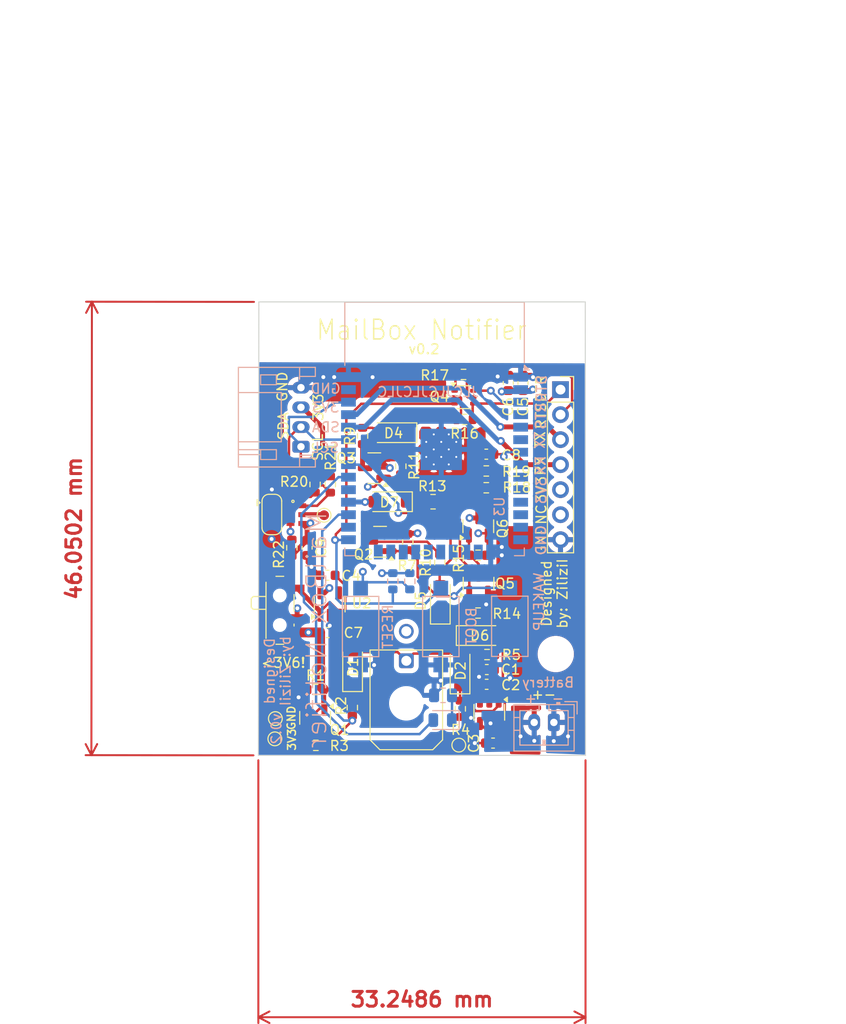
<source format=kicad_pcb>
(kicad_pcb (version 20240108) (generator "pcbnew") (generator_version "8.0")
  (layers (0 "F.Cu" signal) (1 "In1.Cu" power) (2 "In2.Cu" power) (31 "B.Cu" signal) (34 "B.Paste" user) (35 "F.Paste" user) (36 "B.SilkS" user "B.Silkscreen") (37 "F.SilkS" user "F.Silkscreen") (38 "B.Mask" user) (39 "F.Mask" user) (44 "Edge.Cuts" user))
  (net 0 "")
  (net 1 "Net-(C1-Pad1)")
  (net 2 "GND")
  (net 3 "VDD")
  (net 4 "Net-(SW2-A)")
  (net 5 "V_SENSE")
  (net 6 "+3.3V")
  (net 7 "Net-(D1-K)")
  (net 8 "Net-(D1-A)")
  (net 9 "Net-(D2-K)")
  (net 10 "~{INT}")
  (net 11 "Net-(D3-K)")
  (net 12 "SW_REED")
  (net 13 "Net-(D4-K)")
  (net 14 "MCU_HOLD")
  (net 15 "DRT")
  (net 16 "RTS")
  (net 17 "TX")
  (net 18 "RX")
  (net 19 "Net-(D4-A)")
  (net 20 "SCL")
  (net 21 "SDA")
  (net 22 "Net-(D7-K)")
  (net 24 "IO0")
  (net 25 "RST")
  (net 26 "VCC_SW")
  (net 27 "C_REED")
  (net 28 "Net-(JP1-C)")
  (net 29 "L_IND")
  (net 30 "Net-(Q1-D)")
  (net 31 "CLKOUT")
  (net 32 "WU_BUT")
  (net 33 "Net-(Q2-G)")
  (net 34 "Net-(Q2-D)")
  (net 35 "Net-(Q3-D)")
  (net 36 "Net-(Q4A-B1)")
  (net 37 "Net-(Q4B-B2)")
  (net 38 "Net-(Q5-D)")
  (footprint "Resistor_SMD:R_0603_1608Metric" (layer "F.Cu") (at 138.5824 62.7888)
    (property "Reference" "R17")
    (property "Value" "10k")
  )
  (footprint "Resistor_SMD:R_0603_1608Metric" (layer "F.Cu") (at 128.3208 69.0372 -90)
    (property "Reference" "R9")
    (property "Value" "220")
  )
  (footprint "TestPoint:TestPoint_Pad_D1.0mm" (layer "F.Cu") (at 138.0998 100.4316 -90)
    (property "Reference" "TP3")
    (property "Value" "TestPoint")
  )
  (footprint "Package_TO_SOT_SMD:SOT-363_SC-70-6" (layer "F.Cu") (at 138.6238 65.0966)
    (property "Reference" "Q4")
    (property "Value" "Q_Dual_NPN_NPN_E1B1C2E2B2C1")
  )
  (footprint "Capacitor_SMD:C_0603_1608Metric" (layer "F.Cu") (at 140.9446 92.7608 180)
    (property "Reference" "C1")
    (property "Value" "1u")
  )
  (footprint "Capacitor_SMD:C_0603_1608Metric" (layer "F.Cu") (at 122.682 80.391 -90)
    (property "Reference" "C9")
    (property "Value" "10u")
  )
  (footprint "Resistor_SMD:R_0603_1608Metric" (layer "F.Cu") (at 140.8938 72.5932)
    (property "Reference" "R19")
    (property "Value" "1M")
  )
  (footprint "TestPoint:TestPoint_Pad_D1.0mm" (layer "F.Cu") (at 119.4562 97.7392)
    (property "Reference" "TP2")
    (property "Value" "TestPoint")
  )
  (footprint "Package_TO_SOT_SMD:SOT-23" (layer "F.Cu") (at 123.4948 97.663 -90)
    (property "Reference" "Q1")
    (property "Value" "BSS138")
  )
  (footprint "Resistor_SMD:R_0603_1608Metric" (layer "F.Cu") (at 140.97 91.2368)
    (property "Reference" "R5")
    (property "Value" "1M")
  )
  (footprint "Resistor_SMD:R_0603_1608Metric" (layer "F.Cu") (at 123.4948 73.9648 90)
    (property "Reference" "R20")
    (property "Value" "10k")
  )
  (footprint "TestPoint:TestPoint_Pad_D1.0mm" (layer "F.Cu") (at 124.4092 77.089)
    (property "Reference" "TP1")
    (property "Value" "TestPoint")
  )
  (footprint "Resistor_SMD:R_0603_1608Metric" (layer "F.Cu") (at 132.207 72.1106 90)
    (property "Reference" "R11")
    (property "Value" "1M")
  )
  (footprint "Resistor_SMD:R_0603_1608Metric" (layer "F.Cu") (at 138.684 67.3608 180)
    (property "Reference" "R16")
    (property "Value" "10k")
  )
  (footprint "MyRTC:C7" (layer "F.Cu") (at 121.5932 76.5772 -90)
    (property "Reference" "U4")
    (property "Value" "RV-8263-C7")
  )
  (footprint "Package_TO_SOT_SMD:SOT-23-5" (layer "F.Cu") (at 124.981 86.106 90)
    (property "Reference" "U2")
    (property "Value" "RT9013")
  )
  (footprint "Resistor_SMD:R_0805_2012Metric" (layer "F.Cu") (at 135.4836 75.7174)
    (property "Reference" "R13")
    (property "Value" "220")
  )
  (footprint "Diode_SMD:D_SOD-123" (layer "F.Cu") (at 127.3048 92.6348 90)
    (property "Reference" "D1")
    (property "Value" "D_Schottky_Small")
  )
  (footprint "Resistor_SMD:R_0603_1608Metric" (layer "F.Cu") (at 125.0442 73.9648 90)
    (property "Reference" "R21")
    (property "Value" "10k")
  )
  (footprint "Button_Switch_SMD:SW_SPDT_PCM12" (layer "F.Cu") (at 120.236 86.741 -90)
    (property "Reference" "SW2")
    (property "Value" "SW_SPDT")
  )
  (footprint "Jumper:SolderJumper-3_P1.3mm_Bridged2Bar12_RoundedPad1.0x1.5mm" (layer "F.Cu") (at 119.1006 77.0128 -90)
    (property "Reference" "JP1")
    (property "Value" "SolderJumper_3_Bridged12")
  )
  (footprint "Resistor_SMD:R_0603_1608Metric" (layer "F.Cu") (at 138.2522 96.7486 90)
    (property "Reference" "R4")
    (property "Value" "4M7")
  )
  (footprint "Diode_SMD:D_SOD-123" (layer "F.Cu") (at 131.0132 75.7174 180)
    (property "Reference" "D7")
    (property "Value" "D_Schottky_Small")
  )
  (footprint "Capacitor_SMD:C_0603_1608Metric" (layer "F.Cu") (at 124.7524 83.185 180)
    (property "Reference" "C4")
    (property "Value" "1u")
  )
  (footprint "Package_TO_SOT_SMD:SOT-23" (layer "F.Cu") (at 140.1064 84.044 90)
    (property "Reference" "Q5")
    (property "Value" "BSS138")
  )
  (footprint "Diode_SMD:D_SOD-123" (layer "F.Cu") (at 136.2202 85.7758 90)
    (property "Reference" "D5")
    (property "Value" "D_Schottky_Small")
  )
  (footprint "MountingHole:MountingHole_3.2mm_M3_DIN965" (layer "F.Cu") (at 147.955 91.186)
    (property "Reference" "H3")
    (property "Value" "MountingHole")
  )
  (footprint "Resistor_SMD:R_0603_1608Metric" (layer "F.Cu") (at 140.8938 74.295 180)
    (property "Reference" "R18")
    (property "Value" "4M7")
  )
  (footprint "Connector_Molex:Molex_Micro-Fit_3.0_43045-0200_2x01_P3.00mm_Horizontal" (layer "F.Cu") (at 132.7658 91.8718 180)
    (property "Reference" "SW1")
    (property "Value" "SW_Reed")
  )
  (footprint "Capacitor_SMD:C_0603_1608Metric" (layer "F.Cu") (at 140.8938 70.8914 180)
    (property "Reference" "C8")
    (property "Value" "100n")
  )
  (footprint "Capacitor_SMD:C_0603_1608Metric" (layer "F.Cu") (at 141.5796 100.2284 180)
    (property "Reference" "C3")
    (property "Value" "1u")
  )
  (footprint "Capacitor_SMD:C_0603_1608Metric" (layer "F.Cu") (at 143.125 63.65 90)
    (property "Reference" "C6")
    (property "Value" "10u")
  )
  (footprint "Capacitor_SMD:C_0603_1608Metric" (layer "F.Cu") (at 124.7778 89.0016)
    (property "Reference" "C7")
    (property "Value" "1u")
  )
  (footprint "Resistor_SMD:R_0603_1608Metric" (layer "F.Cu") (at 132.9182 79.8068 90)
    (property "Reference" "R7")
    (property "Value" "1M")
  )
  (footprint "Resistor_SMD:R_0603_1608Metric" (layer "F.Cu") (at 121.1326 80.391 -90)
    (property "Reference" "R22")
    (property "Value" "10k")
  )
  (footprint "Capacitor_SMD:C_0603_1608Metric" (layer "F.Cu") (at 140.9316 94.2594 180)
    (property "Reference" "C2")
    (property "Value" "1u")
  )
  (footprint "Diode_SMD:D_SOD-123" (layer "F.Cu") (at 140.208 89.3064)
    (property "Reference" "D6")
    (property "Value" "D_Schottky_Small")
  )
  (footprint "Connector_PinSocket_2.54mm:PinSocket_1x07_P2.54mm_Vertical" (layer "F.Cu") (at 148.4372 64.3328)
    (property "Reference" "J2")
    (property "Value" "Conn_01x07_Female")
  )
  (footprint "Resistor_SMD:R_0603_1608Metric" (layer "F.Cu") (at 123.571 100.457)
    (property "Reference" "R3")
    (property "Value" "10M")
  )
  (footprint "TestPoint:TestPoint_Pad_D1.0mm" (layer "F.Cu") (at 119.4054 99.7966 -90)
    (property "Reference" "TP4")
    (property "Value" "TestPoint")
  )
  (footprint "Resistor_SMD:R_0603_1608Metric" (layer "F.Cu") (at 127.2794 96.6216 90)
    (property "Reference" "R2")
    (property "Value" "4M7")
  )
  (footprint "Resistor_SMD:R_0603_1608Metric" (layer "F.Cu") (at 140.0556 81.1507)
    (property "Reference" "R15")
    (property "Value" "1M")
  )
  (footprint "Resistor_SMD:R_0603_1608Metric" (layer "F.Cu") (at 136.1694 81.8896 90)
    (property "Reference" "R10")
    (property "Value" "220")
  )
  (footprint "MountingHole:MountingHole_3.2mm_M3_DIN965" (layer "F.Cu") (at 147.9042 58.5216)
    (property "Reference" "H2")
    (property "Value" "MountingHole")
  )
  (footprint "Package_TO_SOT_SMD:SOT-23-5" (layer "F.Cu") (at 141.1986 97.1042 -90)
    (property "Reference" "U1")
    (property "Value" "MC74VHC1G86DFT2G")
  )
  (footprint "Diode_SMD:D_SOD-123" (layer "F.Cu") (at 131.4704 68.707 180)
    (property "Reference" "D4")
    (property "Value" "D_Schottky_Small")
  )
  (footprint "Package_TO_SOT_SMD:SOT-23" (layer "F.Cu") (at 130.0988 79.7814 180)
    (property "Reference" "Q2")
    (property "Value" "AO3401A")
  )
  (footprint "Capacitor_SMD:C_0603_1608Metric" (layer "F.Cu") (at 144.625 63.6524 90)
    (property "Reference" "C5")
    (property "Value" "10u")
  )
  (footprint "Resistor_SMD:R_0603_1608Metric" (layer "F.Cu") (at 123.5456 94.7928)
    (property "Reference" "R1")
    (property "Value" "1M")
  )
  (footprint "MountingHole:MountingHole_3.2mm_M3_DIN965" (layer "F.Cu") (at 120.7516 58.6232)
    (property "Reference" "H1")
    (property "Value" "MountingHole")
  )
  (footprint "Diode_SMD:D_SOD-123" (layer "F.Cu") (at 138.2268 92.8624 90)
    (property "Reference" "D2")
    (property "Value" "D_Schottky_Small")
  )
  (footprint "Package_TO_SOT_SMD:SOT-23" (layer "F.Cu") (at 140.081 78.2043 90)
    (property "Reference" "Q6")
    (property "Value" "AO3401A")
  )
  (footprint "Package_TO_SOT_SMD:SOT-23" (layer "F.Cu") (at 129.5146 72.3138 180)
    (property "Reference" "Q3")
    (property "Value" "AO3401A")
  )
  (footprint "Resistor_SMD:R_0603_1608Metric" (layer "F.Cu") (at 140.0556 87.0204 180)
    (property "Reference" "R14")
    (property "Value" "1M")
  )
  (footprint "Connector_JST:JST_PH_S4B-PH-K_1x04_P2.00mm_Horizontal" (layer "B.Cu") (at 122.0586 70.1322 90)
    (property "Reference" "J3")
    (property "Value" "Conn_01x04_Male")
  )
  (footprint "Button_Switch_SMD:SW_SPST_CK_RS282G05A3" (layer "B.Cu") (at 136.271 88.392 90)
    (property "Reference" "SW4")
    (property "Value" "BOOT")
  )
  (footprint "Resistor_SMD:R_0603_1608Metric" (layer "B.Cu") (at 133.1214 83.7946 -90)
    (property "Reference" "R12")
    (property "Value" "10k")
  )
  (footprint "RF_Module:ESP32-WROOM-32" (layer "B.Cu") (at 135.636 71.3154 180)
    (property "Reference" "U3")
    (property "Value" "ESP32-WROOM-32")
  )
  (footprint "Button_Switch_SMD:SW_SPST_CK_RS282G05A3" (layer "B.Cu") (at 143.2814 88.3666 90)
    (property "Reference" "SW3")
    (property "Value" "WAKEUP")
  )
  (footprint "Resistor_SMD:R_0805_2012Metric" (layer "B.Cu") (at 136.4996 95.377)
    (property "Reference" "R6")
    (property "Value" "220")
  )
  (footprint "Resistor_SMD:R_0603_1608Metric" (layer "B.Cu") (at 131.3942 83.7946 -90)
    (property "Reference" "R8")
    (property "Value" "10k")
  )
  (footprint "Connector_JST:JST_PH_B2B-PH-K_1x02_P2.00mm_Vertical" (layer "B.Cu") (at 147.7612 98.129 180)
    (property "Reference" "J1")
    (property "Value" "Conn_01x02_Male")
  )
  (footprint "LED_SMD:LED_0805_2012Metric" (layer "B.Cu") (at 136.4488 97.8916 180)
    (property "Reference" "D3")
    (property "Value" "LED")
  )
  (footprint "Button_Switch_SMD:SW_SPST_CK_RS282G05A3" (layer "B.Cu") (at 128.1176 88.392 90)
    (property "Reference" "SW5")
    (property "Value" "RESET")
  )
  (gr_line (start 117.729 101.473) (end 117.7798 55.4228) (stroke (width 0.1)) (layer "Edge.Cuts"))
  (gr_line (start 150.9522 55.4228) (end 150.9776 101.473) (stroke (width 0.1)) (layer "Edge.Cuts"))
  (gr_line (start 117.7798 55.4228) (end 150.9522 55.4228) (stroke (width 0.1)) (layer "Edge.Cuts"))
  (gr_line (start 150.9776 101.473) (end 117.729 101.473) (stroke (width 0.1)) (layer "Edge.Cuts"))
  (gr_text "Designed\nby: ZiliziI" (at 119.6848 92.9132 90) (layer "B.SilkS") (effects (font (size 1 1)) (justify mirror)))
  (gr_text "v0.2" (at 119.5578 98.7806 90) (layer "B.SilkS") (effects (font (size 1 1)) (justify mirror)))
  (gr_text "JLCJLCJLCJLC" (at 134.9756 64.5668 0) (layer "B.SilkS") (effects (font (size 1 1)) (justify mirror)))
  (gr_text "SCL" (at 124.5362 70.231 0) (layer "B.SilkS") (effects (font (size 1 1)) (justify mirror)))
  (gr_text "TX" (at 146.3294 69.469 90) (layer "B.SilkS") (effects (font (size 1 1)) (justify mirror)))
  (gr_text "3V3" (at 146.5072 74.5744 90) (layer "B.SilkS") (effects (font (size 1 1)) (justify mirror)))
  (gr_text "GND" (at 146.4564 79.629 90) (layer "B.SilkS") (effects (font (size 1 1)) (justify mirror)))
  (gr_text "SDA" (at 124.587 68.1482 0) (layer "B.SilkS") (effects (font (size 1 1)) (justify mirror)))
  (gr_text "3V3" (at 124.5616 66.1416 0) (layer "B.SilkS") (effects (font (size 1 1)) (justify mirror)))
  (gr_text "RTS" (at 146.431 67.0306 90) (layer "B.SilkS") (effects (font (size 1 1)) (justify mirror)))
  (gr_text "MailBox Notifier" (at 123.6472 88.7476 90) (layer "B.SilkS") (effects (font (size 2 2)) (justify mirror)))
  (gr_text "GND" (at 124.5616 64.2366 0) (layer "B.SilkS") (effects (font (size 1 1)) (justify mirror)))
  (gr_text "Battery\n -  +" (at 147.175 94.875 0) (layer "B.SilkS") (effects (font (size 1 1)) (justify mirror)))
  (gr_text "RX" (at 146.4056 72.0344 90) (layer "B.SilkS") (effects (font (size 1 1)) (justify mirror)))
  (gr_text "DTR" (at 146.5326 64.2366 90) (layer "B.SilkS") (effects (font (size 1 1)) (justify mirror)))
  (gr_text "SCL" (at 123.7742 70.2056 90) (layer "F.SilkS") (effects (font (size 1 1))))
  (gr_text "NC" (at 146.4818 77.0128 90) (layer "F.SilkS") (effects (font (size 1 1))))
  (gr_text "GND" (at 120.1674 64.0334 90) (layer "F.SilkS") (effects (font (size 1 1))))
  (gr_text "DTR" (at 146.4564 64.2366 90) (layer "F.SilkS") (effects (font (size 1 1))))
  (gr_text "RTS" (at 146.4564 66.9798 90) (layer "F.SilkS") (effects (font (size 1 1))))
  (gr_text "RX" (at 146.4056 72.0852 90) (layer "F.SilkS") (effects (font (size 1 1))))
  (gr_text "MailBox Notifier" (at 134.3152 58.2676 0) (layer "F.SilkS") (effects (font (size 2 1.778))))
  (gr_text "SDA" (at 120.269 68.0466 90) (layer "F.SilkS") (effects (font (size 1 1))))
  (gr_text "<3V6!" (at 120.269 92.075 0) (layer "F.SilkS") (effects (font (size 1 1))))
  (gr_text "TX" (at 146.3802 69.4436 90) (layer "F.SilkS") (effects (font (size 1 1))))
  (gr_text "3V3" (at 123.825 66.1162 90) (layer "F.SilkS") (effects (font (size 1 1))))
  (gr_text "3V3" (at 146.4818 74.4982 90) (layer "F.SilkS") (effects (font (size 1 1))))
  (gr_text "Designed\nby: ZiliziI" (at 147.828 85.0392 90) (layer "F.SilkS") (effects (font (size 1 1))))
  (gr_text "3V3" (at 121.1326 99.8728 90) (layer "F.SilkS") (effects (font (size 0.8 0.8))))
  (gr_text "v0.2" (at 134.5692 60.2234 0) (layer "F.SilkS") (effects (font (size 1 1))))
  (gr_text "GND" (at 146.4564 79.629 90) (layer "F.SilkS") (effects (font (size 1 1))))
  (gr_text "-+" (at 146.7358 95.2754 0) (layer "F.SilkS") (effects (font (size 1 1)) (justify mirror)))
  (gr_text "GND" (at 121.0818 97.663 90) (layer "F.SilkS") (effects (font (size 0.8 0.8))))
  (dimension (type aligned) (layer "F.Cu") (pts (xy 117.729 101.473) (xy 150.9776 101.473)) (height 26.5938) (gr_text "33,2486 mm" (at 134.3533 126.2668 0) (layer "F.Cu") (effects (font (size 1.5 1.5) (thickness 0.3)))) (format (prefix "") (suffix "") (units 3) (units_format 1) (precision 4)) (style (thickness 0.2) (arrow_length 1.27) (text_position_mode 0) (extension_height 0.58642) (extension_offset 0.5) keep_text_aligned))
  (dimension (type aligned) (layer "F.Cu") (pts (xy 117.7798 55.4228) (xy 117.729 101.473)) (height 16.968412) (gr_text "46,0502 mm" (at 98.985999 78.427195 89.93679453) (layer "F.Cu") (effects (font (size 1.5 1.5) (thickness 0.3)))) (format (prefix "") (suffix "") (units 3) (units_format 1) (precision 4)) (style (thickness 0.2) (arrow_length 1.27) (text_position_mode 0) (extension_height 0.58642) (extension_offset 0.5) keep_text_aligned))
  (segment (start 141.7066 91.2368) (end 141.7574 91.186) (width 0.25) (layer "F.Cu") (net 1))
  (segment (start 141.7066 92.71) (end 141.7066 91.2368) (width 0.25) (layer "F.Cu") (net 1))
  (segment (start 141.1986 95.9667) (end 141.1986 94.7674) (width 0.25) (layer "F.Cu") (net 1))
  (segment (start 141.1986 94.7674) (end 141.7066 94.2594) (width 0.25) (layer "F.Cu") (net 1))
  (segment (start 141.7066 94.2594) (end 141.7066 92.71) (width 0.25) (layer "F.Cu") (net 1))
  (segment (start 140.1188 70.8914) (end 140.1188 72.5432) (width 0.25) (layer "F.Cu") (net 2))
  (segment (start 124.981 87.2435) (end 124.981 88.3028) (width 0.25) (layer "F.Cu") (net 2))
  (segment (start 122.7206 94.7928) (end 122.7206 95.6696) (width 0.25) (layer "F.Cu") (net 2))
  (segment (start 140.0688 72.5932) (end 138.7602 72.5932) (width 0.25) (layer "F.Cu") (net 2))
  (segment (start 143.125 62.875) (end 142.175 62.875) (width 0.5) (layer "F.Cu") (net 2))
  (segment (start 123.1265 82.3341) (end 123.9774 83.185) (width 0.3) (layer "F.Cu") (net 2))
  (segment (start 144.5006 62.8774) (end 143.1274 62.8774) (width 0.5) (layer "F.Cu") (net 2))
  (segment (start 124.981 88.4298) (end 125.5528 89.0016) (width 0.25) (layer "F.Cu") (net 2))
  (segment (start 140.8806 87.0204) (end 140.8806 86.1446) (width 0.25) (layer "F.Cu") (net 2))
  (segment (start 145.4528 62.8774) (end 145.6436 63.0682) (width 0.25) (layer "F.Cu") (net 2))
  (segment (start 137.4111 72.263) (end 137.0785 71.9304) (width 0.25) (layer "F.Cu") (net 2))
  (segment (start 139.170202 97.4974) (end 139.340102 97.6673) (width 0.5) (layer "F.Cu") (net 2))
  (segment (start 140.1566 92.71) (end 140.1566 93.498) (width 0.25) (layer "F.Cu") (net 2))
  (segment (start 122.6312 95.5802) (end 122.7206 95.6696) (width 0.25) (layer "F.Cu") (net 2))
  (segment (start 140.8806 86.1446) (end 140.8806 85.1573) (width 0.25) (layer "F.Cu") (net 2))
  (segment (start 140.2486 94.3514) (end 140.1566 94.2594) (width 0.25) (layer "F.Cu") (net 2))
  (segment (start 122.682 81.8896) (end 123.1265 82.3341) (width 0.3) (layer "F.Cu") (net 2))
  (segment (start 119.1006 75.7128) (end 119.1006 74.4728) (width 0.25) (layer "F.Cu") (net 2))
  (segment (start 138.7602 72.5932) (end 138.43 72.263) (width 0.25) (layer "F.Cu") (net 2))
  (segment (start 138.43 72.263) (end 137.4111 72.263) (width 0.25) (layer "F.Cu") (net 2))
  (segment (start 124.981 88.3028) (end 124.981 88.4298) (width 0.25) (layer "F.Cu") (net 2))
  (segment (start 140.1566 93.498) (end 140.1566 94.2594) (width 0.25) (layer "F.Cu") (net 2))
  (segment (start 144.5006 62.8774) (end 145.4528 62.8774) (width 0.5) (layer "F.Cu") (net 2))
  (segment (start 122.682 81.166) (end 122.682 81.8896) (width 0.3) (layer "F.Cu") (net 2))
  (segment (start 121.6152 95.5802) (end 121.8184 95.5802) (width 0.25) (layer "F.Cu") (net 2))
  (segment (start 122.7206 95.6696) (end 122.7206 96.5497) (width 0.25) (layer "F.Cu") (net 2))
  (segment (start 143.1274 62.8774) (end 143.125 62.875) (width 0.5) (layer "F.Cu") (net 2))
  (segment (start 119.4562 97.7392) (end 121.6152 95.5802) (width 0.25) (layer "F.Cu") (net 2))
  (segment (start 122.7206 96.5497) (end 122.5448 96.7255) (width 0.25) (layer "F.Cu") (net 2))
  (segment (start 139.7254 100.2284) (end 140.8046 100.2284) (width 0.25) (layer "F.Cu") (net 2))
  (segment (start 140.8806 85.1573) (end 141.0564 84.9815) (width 0.25) (layer "F.Cu") (net 2))
  (segment (start 120.9932 76.1272) (end 120.6788 76.1272) (width 0.25) (layer "F.Cu") (net 2))
  (segment (start 121.8184 95.5802) (end 122.6312 95.5802) (width 0.25) (layer "F.Cu") (net 2))
  (segment (start 140.1188 72.5432) (end 140.0688 72.5932) (width 0.25) (layer "F.Cu") (net 2))
  (segment (start 120.6788 76.1272) (end 120.2644 75.7128) (width 0.25) (layer "F.Cu") (net 2))
  (segment (start 138.2522 97.4974) (end 139.170202 97.4974) (width 0.5) (layer "F.Cu") (net 2))
  (segment (start 140.2486 95.9667) (end 140.2486 94.3514) (width 0.25) (layer "F.Cu") (net 2))
  (segment (start 142.175 62.875) (end 142.05 63) (width 0.5) (layer "F.Cu") (net 2))
  (segment (start 120.2644 75.7128) (end 119.1006 75.7128) (width 0.25) (layer "F.Cu") (net 2))
  (via (at 142.4686 81.153) (size 0.8) (drill 0.4) (layers "F.Cu" "B.Cu") (net 2))
  (via (at 129.3368 63.0682) (size 0.8) (drill 0.4) (layers "F.Cu" "B.Cu") (net 2))
  (via (at 129.4892 92.3036) (size 0.8) (drill 0.4) (layers "F.Cu" "B.Cu") (net 2))
  (via (at 121.8184 95.5802) (size 0.8) (drill 0.4) (layers "F.Cu" "B.Cu") (net 2))
  (via (at 123.1265 82.3341) (size 0.8) (drill 0.4) (layers "F.Cu" "B.Cu") (net 2))
  (via (at 149.1996 99.5426) (size 0.8) (drill 0.4) (layers "F.Cu" "B.Cu") (net 2))
  (via (at 142.4686 80.3148) (size 0.8) (drill 0.4) (layers "F.Cu" "B.Cu") (net 2))
  (via (at 124.333 63.0604) (size 0.8) (drill 0.4) (layers "F.Cu" "B.Cu") (net 2))
  (via (at 124.981 88.3028) (size 0.8) (drill 0.4) (layers "F.Cu" "B.Cu") (net 2))
  (via (at 139.340102 97.6673) (size 0.8) (drill 0.4) (layers "F.Cu" "B.Cu") (net 2))
  (via (at 139.7254 100.2284) (size 0.8) (drill 0.4) (layers "F.Cu" "B.Cu") (net 2))
  (via (at 142.05 63) (size 0.8) (drill 0.4) (layers "F.Cu" "B.Cu") (net 2))
  (via (at 143.3068 93.6244) (size 0.8) (drill 0.4) (layers "F.Cu" "B.Cu") (net 2))
  (via (at 140.8806 86.1446) (size 0.8) (drill 0.4) (layers "F.Cu" "B.Cu") (net 2))
  (via (at 145.6436 63.0682) (size 0.8) (drill 0.4) (layers "F.Cu" "B.Cu") (net 2))
  (via (at 136.271 93.8784) (size 0.8) (drill 0.4) (layers "F.Cu" "B.Cu") (net 2))
  (via (at 119.1006 74.4728) (size 0.8) (drill 0.4) (layers "F.Cu" "B.Cu") (net 2))
  (via (at 125.433 63.0604) (size 0.8) (drill 0.4) (layers "F.Cu" "B.Cu") (net 2))
  (via (at 147.7518 100.0252) (size 0.8) (drill 0.4) (layers "F.Cu" "B.Cu") (net 2))
  (via (at 140.1566 93.498) (size 0.8) (drill 0.4) (layers "F.Cu" "B.Cu") (net 2))
  (segment (start 142.4686 81.153) (end 141.9336 81.153) (width 0.5) (layer "B.Cu") (net 2))
  (segment (start 129.4892 92.3036) (end 128.1292 92.3036) (width 0.25) (layer "B.Cu") (net 2))
  (segment (start 128.1292 92.3036) (end 128.1176 92.292) (width 0.25) (layer "B.Cu") (net 2))
  (segment (start 142.05 63) (end 142.1104 63.0604) (width 0.5) (layer "B.Cu") (net 2))
  (segment (start 143.3322 92.3174) (end 143.2814 92.2666) (width 0.25) (layer "B.Cu") (net 2))
  (segment (start 122.9636 63.0604) (end 122.047 63.977) (width 1) (layer "B.Cu") (net 2))
  (segment (start 127.136 63.0604) (end 129.3192 63.0604) (width 1) (layer "B.Cu") (net 2))
  (segment (start 136.271 92.292) (end 136.271 93.8784) (width 0.25) (layer "B.Cu") (net 2))
  (segment (start 143.3068 93.6244) (end 143.3322 92.3174) (width 0.25) (layer "B.Cu") (net 2))
  (segment (start 136.271 93.8784) (end 136.271 94.6931) (width 0.25) (layer "B.Cu") (net 2))
  (segment (start 142.4686 80.3148) (end 141.6066 80.3148) (width 0.5) (layer "B.Cu") (net 2))
  (segment (start 145.6358 63.0604) (end 145.6436 63.0682) (width 0.5) (layer "B.Cu") (net 2))
  (segment (start 136.271 94.6931) (end 135.5871 95.377) (width 0.25) (layer "B.Cu") (net 2))
  (segment (start 142.1104 63.0604) (end 145.6358 63.0604) (width 0.5) (layer "B.Cu") (net 2))
  (segment (start 127.136 63.0604) (end 122.9636 63.0604) (width 1) (layer "B.Cu") (net 2))
  (segment (start 122.682 79.616) (end 122.682 78.416) (width 0.5) (layer "F.Cu") (net 3))
  (segment (start 122.1932 77.9272) (end 122.9868 77.9272) (width 0.5) (layer "F.Cu") (net 3))
  (segment (start 130.4521 71.6511) (end 131.0894 72.2884) (width 0.25) (layer "F.Cu") (net 3))
  (segment (start 141.3256 98.2218) (end 142.1287 98.2218) (width 0.25) (layer "F.Cu") (net 3))
  (segment (start 132.9182 78.8416) (end 131.1867 78.8416) (width 0.5) (layer "F.Cu") (net 3))
  (segment (start 130.5303 71.2856) (end 130.4521 71.3638) (width 0.25) (layer "F.Cu") (net 3))
  (segment (start 121.1326 81.216) (end 119.966 81.216) (width 0.5) (layer "F.Cu") (net 3))
  (segment (start 142.3546 100.2284) (end 143.6878 100.2284) (width 1) (layer "F.Cu") (net 3))
  (segment (start 119.966 81.216) (end 119.0752 80.3252) (width 0.5) (layer "F.Cu") (net 3))
  (segment (start 131.1867 78.9818) (end 131.0363 78.8314) (width 0.25) (layer "F.Cu") (net 3))
  (segment (start 141.031 81.0003) (end 140.8806 81.1507) (width 0.25) (layer "F.Cu") (net 3))
  (segment (start 122.9868 77.9272) (end 123.0122 77.9018) (width 0.5) (layer "F.Cu") (net 3))
  (segment (start 122.682 78.416) (end 122.1932 77.9272) (width 0.5) (layer "F.Cu") (net 3))
  (segment (start 143.6878 100.2284) (end 144.3736 99.5426) (width 1) (layer "F.Cu") (net 3))
  (segment (start 132.207 71.2856) (end 130.5303 71.2856) (width 0.25) (layer "F.Cu") (net 3))
  (segment (start 141.031 79.1418) (end 141.031 81.0003) (width 0.25) (layer "F.Cu") (net 3))
  (segment (start 133.9088 78.9178) (end 132.9822 78.9178) (width 0.5) (layer "F.Cu") (net 3))
  (segment (start 121.1326 81.1654) (end 122.682 79.616) (width 0.5) (layer "F.Cu") (net 3))
  (segment (start 142.1287 98.2218) (end 142.1486 98.2417) (width 0.25) (layer "F.Cu") (net 3))
  (segment (start 140.081 78.9178) (end 140.807 78.9178) (width 0.25) (layer "F.Cu") (net 3))
  (segment (start 119.0752 80.3252) (end 119.0752 79.502) (width 0.5) (layer "F.Cu") (net 3))
  (segment (start 140.807 78.9178) (end 141.031 79.1418) (width 0.25) (layer "F.Cu") (net 3))
  (segment (start 132.9822 78.9178) (end 132.9182 78.9818) (width 0.5) (layer "F.Cu") (net 3))
  (segment (start 130.4521 71.3638) (end 130.4521 71.6511) (width 0.25) (layer "F.Cu") (net 3))
  (via (at 141.3256 98.2218) (size 0.8) (drill 0.4) (layers "F.Cu" "B.Cu") (net 3))
  (via (at 140.081 78.9178) (size 0.8) (drill 0.4) (layers "F.Cu" "B.Cu") (net 3))
  (via (at 133.9088 78.9178) (size 0.8) (drill 0.4) (layers "F.Cu" "B.Cu") (net 3))
  (via (at 144.3736 99.5426) (size 0.8) (drill 0.4) (layers "F.Cu" "B.Cu") (net 3))
  (via (at 119.0752 79.502) (size 0.8) (drill 0.4) (layers "F.Cu" "B.Cu") (net 3))
  (via (at 145.7706 99.9998) (size 0.8) (drill 0.4) (layers "F.Cu" "B.Cu") (net 3))
  (via (at 123.0122 77.9018) (size 0.8) (drill 0.4) (layers "F.Cu" "B.Cu") (net 3))
  (via (at 131.0894 72.2884) (size 0.8) (drill 0.4) (layers "F.Cu" "B.Cu") (net 3))
  (segment (start 124.031 86.859928) (end 124.911928 85.979) (width 0.25) (layer "F.Cu") (net 4))
  (segment (start 124.031 86.856) (end 121.666 84.491) (width 0.5) (layer "F.Cu") (net 4))
  (segment (start 125.5274 83.185) (end 126.55552 84.21312) (width 0.25) (layer "F.Cu") (net 4))
  (segment (start 124.911928 85.979) (end 125.050072 85.979) (width 0.25) (layer "F.Cu") (net 4))
  (segment (start 124.031 87.2435) (end 124.031 86.856) (width 0.25) (layer "F.Cu") (net 4))
  (segment (start 125.050072 85.979) (end 125.931 86.859928) (width 0.25) (layer "F.Cu") (net 4))
  (segment (start 125.931 86.859928) (end 125.931 87.2435) (width 0.25) (layer "F.Cu") (net 4))
  (segment (start 126.55552 84.21312) (end 126.55552 86.61898) (width 0.25) (layer "F.Cu") (net 4))
  (segment (start 124.031 87.2435) (end 124.031 86.859928) (width 0.25) (layer "F.Cu") (net 4))
  (segment (start 126.55552 86.61898) (end 125.931 87.2435) (width 0.25) (layer "F.Cu") (net 4))
  (segment (start 141.6688 70.8914) (end 141.6688 72.5432) (width 0.25) (layer "F.Cu") (net 5))
  (segment (start 141.6688 72.5432) (end 141.7188 72.5932) (width 0.25) (layer "F.Cu") (net 5))
  (segment (start 141.7188 72.5932) (end 141.7188 74.295) (width 0.25) (layer "F.Cu") (net 5))
  (segment (start 141.6688 70.8914) (end 142.4432 70.8914) (width 0.25) (layer "F.Cu") (net 5))
  (segment (start 142.4432 70.8914) (end 142.6718 71.12) (width 0.25) (layer "F.Cu") (net 5))
  (via (at 142.6718 71.12) (size 0.8) (drill 0.4) (layers "F.Cu" "B.Cu") (net 5))
  (segment (start 142.7812 70.6804) (end 144.136 70.6804) (width 0.25) (layer "B.Cu") (net 5))
  (segment (start 142.6718 70.7898) (end 142.7812 70.6804) (width 0.25) (layer "B.Cu") (net 5))
  (segment (start 142.6718 71.12) (end 142.6718 70.7898) (width 0.25) (layer "B.Cu") (net 5))
  (segment (start 124.2568 68.1868) (end 122.047 65.977) (width 0.5) (layer "F.Cu") (net 6))
  (segment (start 124.031 84.9685) (end 124.4545 84.9685) (width 0.5) (layer "F.Cu") (net 6))
  (segment (start 124.4545 84.9685) (end 124.9426 84.4804) (width 0.5) (layer "F.Cu") (net 6))
  (segment (start 124.2568 73.0758) (end 124.2568 68.1868) (width 0.5) (layer "F.Cu") (net 6))
  (segment (start 120.882272 99.7966) (end 119.4054 99.7966) (width 0.25) (layer "F.Cu") (net 6))
  (segment (start 122.8196 88.991) (end 123.9922 88.991) (width 1) (layer "F.Cu") (net 6))
  (segment (start 124.3208 73.1398) (end 124.2568 73.0758) (width 0.5) (layer "F.Cu") (net 6))
  (segment (start 144.5006 64.4274) (end 143.1274 64.4274) (width 0.5) (layer "F.Cu") (net 6))
  (segment (start 144.5006 64.4274) (end 145.5036 64.4274) (width 0.5) (layer "F.Cu") (net 6))
  (segment (start 143.125 64.425) (end 142.561475 64.425) (width 0.5) (layer "F.Cu") (net 6))
  (segment (start 123.9922 88.991) (end 124.0028 89.0016) (width 1) (layer "F.Cu") (net 6))
  (segment (start 143.1274 64.4274) (end 143.125 64.425) (width 0.5) (layer "F.Cu") (net 6))
  (segment (start 124.0028 89.0016) (end 124.0028 94.425) (width 1) (layer "F.Cu") (net 6))
  (segment (start 124.0028 94.425) (end 124.3706 94.7928) (width 1) (layer "F.Cu") (net 6))
  (segment (start 124.3208 73.1398) (end 123.4948 73.1398) (width 0.5) (layer "F.Cu") (net 6))
  (segment (start 124.4448 96.7255) (end 123.953372 96.7255) (width 0.25) (layer "F.Cu") (net 6))
  (segment (start 124.3706 96.6513) (end 124.4448 96.7255) (width 0.25) (layer "F.Cu") (net 6))
  (segment (start 121.666 88.991) (end 122.8196 88.991) (width 1) (layer "F.Cu") (net 6))
  (segment (start 124.3706 94.7928) (end 124.3706 96.6513) (width 0.5) (layer "F.Cu") (net 6))
  (segment (start 123.953372 96.7255) (end 120.882272 99.7966) (width 0.25) (layer "F.Cu") (net 6))
  (segment (start 142.561475 64.425) (end 142.46149 64.524985) (width 0.5) (layer "F.Cu") (net 6))
  (segment (start 145.5036 64.4274) (end 145.6182 64.3128) (width 0.25) (layer "F.Cu") (net 6))
  (segment (start 125.0442 73.1398) (end 124.3208 73.1398) (width 0.5) (layer "F.Cu") (net 6))
  (via (at 124.9426 84.4804) (size 0.8) (drill 0.4) (layers "F.Cu" "B.Cu") (net 6))
  (via (at 122.8196 88.991) (size 0.8) (drill 0.4) (layers "F.Cu" "B.Cu") (net 6))
  (via (at 142.46149 64.524985) (size 0.8) (drill 0.4) (layers "F.Cu" "B.Cu") (net 6))
  (via (at 145.6182 64.3128) (size 0.8) (drill 0.4) (layers "F.Cu" "B.Cu") (net 6))
  (via (at 130.2888 82.9696) (size 0.8) (drill 0.4) (layers "F.Cu" "B.Cu") (net 6))
  (segment (start 133.1214 82.9696) (end 131.3942 82.9696) (width 0.25) (layer "B.Cu") (net 6))
  (segment (start 145.406015 64.524985) (end 145.6182 64.3128) (width 0.5) (layer "B.Cu") (net 6))
  (segment (start 131.3942 82.9696) (end 130.2888 82.9696) (width 0.25) (layer "B.Cu") (net 6))
  (segment (start 142.46149 64.524985) (end 145.406015 64.524985) (width 0.5) (layer "B.Cu") (net 6))
  (segment (start 127.2794 95.7966) (end 127.2794 94.3102) (width 0.25) (layer "F.Cu") (net 7))
  (segment (start 127.2794 94.3102) (end 127.3048 94.2848) (width 0.25) (layer "F.Cu") (net 7))
  (segment (start 140.13096 91.2368) (end 140.145 91.2368) (width 0.25) (layer "F.Cu") (net 8))
  (segment (start 139.38208 96.50688) (end 139.38208 91.98568) (width 0.25) (layer "F.Cu") (net 8))
  (segment (start 132.7658 91.8718) (end 133.5014 91.1362) (width 0.25) (layer "F.Cu") (net 8))
  (segment (start 127.3048 90.9848) (end 131.8788 90.9848) (width 0.25) (layer "F.Cu") (net 8))
  (segment (start 142.1486 96.4082) (end 142.1486 95.9667) (width 0.25) (layer "F.Cu") (net 8))
  (segment (start 139.8524 96.9772) (end 139.38208 96.50688) (width 0.25) (layer "F.Cu") (net 8))
  (segment (start 131.8788 90.9848) (end 132.7658 91.8718) (width 0.25) (layer "F.Cu") (net 8))
  (segment (start 133.5014 91.1362) (end 140.0576 91.1362) (width 0.25) (layer "F.Cu") (net 8))
  (segment (start 139.38208 91.98568) (end 140.13096 91.2368) (width 0.25) (layer "F.Cu") (net 8))
  (segment (start 140.0576 91.1362) (end 140.1074 91.186) (width 0.25) (layer "F.Cu") (net 8))
  (segment (start 141.5796 96.9772) (end 142.1486 96.4082) (width 0.25) (layer "F.Cu") (net 8))
  (segment (start 139.8524 96.9772) (end 141.5796 96.9772) (width 0.25) (layer "F.Cu") (net 8))
  (segment (start 138.2268 95.8982) (end 138.2522 95.9236) (width 0.25) (layer "F.Cu") (net 9))
  (segment (start 138.2268 94.5124) (end 138.2268 95.8982) (width 0.25) (layer "F.Cu") (net 9))
  (segment (start 128.8542 74.1934) (end 129.5225 74.1934) (width 0.25) (layer "F.Cu") (net 10))
  (segment (start 131.8788 73.2638) (end 132.207 72.9356) (width 0.25) (layer "F.Cu") (net 10))
  (segment (start 129.5225 74.1934) (end 130.4521 73.2638) (width 0.25) (layer "F.Cu") (net 10))
  (segment (start 120.9932 77.9272) (end 120.9932 79.4266) (width 0.25) (layer "F.Cu") (net 10))
  (segment (start 130.4521 73.2638) (end 131.8788 73.2638) (width 0.25) (layer "F.Cu") (net 10))
  (via (at 120.9932 78.7524) (size 0.8) (drill 0.4) (layers "F.Cu" "B.Cu") (net 10))
  (via (at 128.8542 74.1934) (size 0.8) (drill 0.4) (layers "F.Cu" "B.Cu") (net 10))
  (segment (start 137.4121 97.8658) (end 137.3863 97.8916) (width 0.25) (layer "B.Cu") (net 11))
  (segment (start 137.4121 95.377) (end 137.4121 97.8658) (width 0.25) (layer "B.Cu") (net 11))
  (segment (start 142.582289 95.066817) (end 142.77312 95.257648) (width 0.25) (layer "F.Cu") (net 12))
  (segment (start 141.858 89.3064) (end 142.5702 90.2462) (width 0.25) (layer "F.Cu") (net 12))
  (segment (start 141.23562 99.22872) (end 140.2486 98.2417) (width 0.25) (layer "F.Cu") (net 12))
  (segment (start 140.2486 98.2828) (end 138.0998 100.4316) (width 0.25) (layer "F.Cu") (net 12))
  (segment (start 142.495152 99.22872) (end 141.23562 99.22872) (width 0.25) (layer "F.Cu") (net 12))
  (segment (start 142.77312 95.257648) (end 142.77312 98.950752) (width 0.25) (layer "F.Cu") (net 12))
  (segment (start 142.77312 98.950752) (end 142.495152 99.22872) (width 0.25) (layer "F.Cu") (net 12))
  (segment (start 142.5702 90.2462) (end 142.582289 95.066817) (width 0.25) (layer "F.Cu") (net 12))
  (segment (start 136.47998 75.63352) (end 136.3961 75.7174) (width 0.25) (layer "F.Cu") (net 13))
  (segment (start 136.3961 75.7174) (end 138.210941 77.532241) (width 0.25) (layer "F.Cu") (net 13))
  (segment (start 139.1666 84.9713) (end 139.1564 84.9815) (width 0.25) (layer "F.Cu") (net 13))
  (segment (start 134.7705 74.0918) (end 133.985 74.0918) (width 0.25) (layer "F.Cu") (net 13))
  (segment (start 139.2306 85.0557) (end 139.1564 84.9815) (width 0.25) (layer "F.Cu") (net 13))
  (segment (start 138.558 89.3064) (end 138.1008 89.3064) (width 0.25) (layer "F.Cu") (net 13))
  (segment (start 139.1666 82.3976) (end 139.1666 84.9713) (width 0.25) (layer "F.Cu") (net 13))
  (segment (start 138.558 89.3064) (end 138.558 87.693) (width 0.25) (layer "F.Cu") (net 13))
  (segment (start 139.2306 87.0204) (end 139.2306 85.0557) (width 0.25) (layer "F.Cu") (net 13))
  (segment (start 138.558 87.693) (end 139.2306 87.0204) (width 0.25) (layer "F.Cu") (net 13))
  (segment (start 136.3961 75.7174) (end 134.7705 74.0918) (width 0.25) (layer "F.Cu") (net 13))
  (segment (start 133.985 74.0918) (end 133.35 73.4568) (width 0.25) (layer "F.Cu") (net 13))
  (segment (start 133.35 73.4568) (end 133.35 68.9366) (width 0.25) (layer "F.Cu") (net 13))
  (segment (start 133.35 68.9366) (end 133.1204 68.707) (width 0.25) (layer "F.Cu") (net 13))
  (segment (start 138.1008 89.3064) (end 136.2202 87.4258) (width 0.25) (layer "F.Cu") (net 13))
  (segment (start 138.210941 81.441941) (end 139.1666 82.3976) (width 0.25) (layer "F.Cu") (net 13))
  (segment (start 138.210941 77.532241) (end 138.210941 81.441941) (width 0.25) (layer "F.Cu") (net 13))
  (segment (start 128.6002 75.7174) (end 128.5748 75.7428) (width 0.5) (layer "F.Cu") (net 14))
  (segment (start 129.3632 75.7174) (end 128.6002 75.7174) (width 0.5) (layer "F.Cu") (net 14))
  (segment (start 129.3632 75.7174) (end 128.837398 75.7174) (width 0.5) (layer "F.Cu") (net 14))
  (segment (start 128.837398 75.7174) (end 128.820399 75.734399) (width 0.5) (layer "F.Cu") (net 14))
  (via (at 128.5748 75.7428) (size 0.8) (drill 0.4) (layers "F.Cu" "B.Cu") (net 14))
  (segment (start 127.1536 75.7428) (end 127.136 75.7604) (width 0.5) (layer "B.Cu") (net 14))
  (segment (start 127.162001 75.734399) (end 127.136 75.7604) (width 0.5) (layer "B.Cu") (net 14))
  (segment (start 128.5748 75.7428) (end 127.1536 75.7428) (width 0.5) (layer "B.Cu") (net 14))
  (segment (start 139.5738 65.7466) (end 147.0234 65.7466) (width 0.25) (layer "F.Cu") (net 15))
  (segment (start 139.509 67.3608) (end 139.509 65.8114) (width 0.25) (layer "F.Cu") (net 15))
  (segment (start 147.0234 65.7466) (end 148.4372 64.3328) (width 0.25) (layer "F.Cu") (net 15))
  (segment (start 139.509 65.8114) (end 139.5738 65.7466) (width 0.25) (layer "F.Cu") (net 15))
  (segment (start 149.611711 63.158289) (end 149.611711 65.698289) (width 0.25) (layer "F.Cu") (net 16))
  (segment (start 137.7574 62.7888) (end 138.55692 61.98928) (width 0.25) (layer "F.Cu") (net 16))
  (segment (start 137.7574 62.7888) (end 137.7574 64.363) (width 0.25) (layer "F.Cu") (net 16))
  (segment (start 138.55692 61.98928) (end 148.442702 61.98928) (width 0.25) (layer "F.Cu") (net 16))
  (segment (start 148.442702 61.98928) (end 149.611711 63.158289) (width 0.25) (layer "F.Cu") (net 16))
  (segment (start 149.611711 65.698289) (end 148.4372 66.8728) (width 0.25) (layer "F.Cu") (net 16))
  (segment (start 137.7574 64.363) (end 137.6738 64.4466) (width 0.25) (layer "F.Cu") (net 16))
  (segment (start 142.319988 68.119012) (end 147.143412 68.119012) (width 0.5) (layer "F.Cu") (net 17))
  (segment (start 147.143412 68.119012) (end 148.4372 69.4128) (width 0.5) (layer "F.Cu") (net 17))
  (via (at 142.319988 68.119012) (size 0.8) (drill 0.4) (layers "F.Cu" "B.Cu") (net 17))
  (segment (start 138.375976 64.175) (end 142.319988 68.119012) (width 0.5) (layer "B.Cu") (net 17))
  (segment (start 130.4164 64.175) (end 138.375976 64.175) (width 0.5) (layer "B.Cu") (net 17))
  (segment (start 127.136 66.8704) (end 127.721 66.8704) (width 0.5) (layer "B.Cu") (net 17))
  (segment (start 127.721 66.8704) (end 130.4164 64.175) (width 0.5) (layer "B.Cu") (net 17))
  (segment (start 144.7746 71.9528) (end 148.4372 71.9528) (width 0.5) (layer "F.Cu") (net 18))
  (segment (start 142.367 69.5452) (end 144.7746 71.9528) (width 0.5) (layer "F.Cu") (net 18))
  (via (at 142.367 69.5452) (size 0.8) (drill 0.4) (layers "F.Cu" "B.Cu") (net 18))
  (segment (start 128.5096 68.1404) (end 131.275 65.375) (width 0.5) (layer "B.Cu") (net 18))
  (segment (start 142.1202 69.5452) (end 142.367 69.5452) (width 0.5) (layer "B.Cu") (net 18))
  (segment (start 137.95 65.375) (end 142.1202 69.5452) (width 0.5) (layer "B.Cu") (net 18))
  (segment (start 127.136 68.1404) (end 128.5096 68.1404) (width 0.5) (layer "B.Cu") (net 18))
  (segment (start 131.275 65.375) (end 137.95 65.375) (width 0.5) (layer "B.Cu") (net 18))
  (segment (start 129.3256 68.2122) (end 129.8204 68.707) (width 0.25) (layer "F.Cu") (net 19))
  (segment (start 128.3208 68.2122) (end 129.3256 68.2122) (width 0.25) (layer "F.Cu") (net 19))
  (segment (start 123.7068 76.1272) (end 125.0442 74.7898) (width 0.25) (layer "F.Cu") (net 20))
  (segment (start 122.1932 76.1272) (end 123.7068 76.1272) (width 0.25) (layer "F.Cu") (net 20))
  (segment (start 125.0442 74.7898) (end 124.316363 74.061963) (width 0.25) (layer "F.Cu") (net 20))
  (segment (start 124.316363 74.061963) (end 123.20018 74.061963) (width 0.25) (layer "F.Cu") (net 20))
  (segment (start 123.20018 74.061963) (end 122.047 72.908783) (width 0.25) (layer "F.Cu") (net 20))
  (segment (start 122.047 72.908783) (end 122.047 69.977) (width 0.25) (layer "F.Cu") (net 20))
  (segment (start 127.1028 65.6336) (end 125.5014 65.6336) (width 0.25) (layer "B.Cu") (net 20))
  (segment (start 127.136 65.6004) (end 127.1028 65.6336) (width 0.25) (layer "B.Cu") (net 20))
  (segment (start 120.8278 68.7578) (end 122.047 69.977) (width 0.25) (layer "B.Cu") (net 20))
  (segment (start 123.2916 67.1068) (end 120.8278 67.1068) (width 0.25) (layer "B.Cu") (net 20))
  (segment (start 120.8278 67.1068) (end 120.8278 68.7578) (width 0.25) (layer "B.Cu") (net 20))
  (segment (start 125.5014 65.6336) (end 123.2916 67.1068) (width 0.25) (layer "B.Cu") (net 20))
  (segment (start 120.84748 69.17652) (end 122.047 67.977) (width 0.25) (layer "F.Cu") (net 21))
  (segment (start 123.0574 75.2272) (end 123.4948 74.7898) (width 0.25) (layer "F.Cu") (net 21))
  (segment (start 120.8278 73.1012) (end 120.84748 69.17652) (width 0.25) (layer "F.Cu") (net 21))
  (segment (start 122.1932 75.2272) (end 123.0574 75.2272) (width 0.25) (layer "F.Cu") (net 21))
  (segment (start 123.4948 74.7898) (end 120.8278 73.1012) (width 0.25) (layer "F.Cu") (net 21))
  (segment (start 122.047 67.977) (end 123.4804 69.4104) (width 0.25) (layer "B.Cu") (net 21))
  (segment (start 123.4804 69.4104) (end 127.136 69.4104) (width 0.25) (layer "B.Cu") (net 21))
  (segment (start 132.6632 75.7174) (end 134.5711 75.7174) (width 0.25) (layer "F.Cu") (net 22))
  (segment (start 128.175 65.775) (end 128.175 65.785966) (width 0.25) (layer "F.Cu") (net 24))
  (segment (start 126.6701 67.290866) (end 128.175 65.785966) (width 0.25) (layer "F.Cu") (net 24))
  (segment (start 125.6033 79.0175) (end 125.6033 79.6271) (width 0.25) (layer "F.Cu") (net 24))
  (segment (start 128.187061 65.774451) (end 128.191412 65.7701) (width 0.25) (layer "F.Cu") (net 24))
  (segment (start 126.6701 77.9507) (end 125.6033 79.0175) (width 0.25) (layer "F.Cu") (net 24))
  (segment (start 126.6701 67.290866) (end 126.6701 77.9507) (width 0.25) (layer "F.Cu") (net 24))
  (segment (start 128.191412 65.7701) (end 137.7503 65.7701) (width 0.25) (layer "F.Cu") (net 24))
  (via (at 125.5268 79.6036) (size 0.8) (drill 0.4) (layers "F.Cu" "B.Cu") (net 24))
  (segment (start 127.1028 79.6036) (end 127.136 79.5704) (width 0.25) (layer "B.Cu") (net 24))
  (segment (start 126.1618 86.0552) (end 125.6538 85.5472) (width 0.25) (layer "B.Cu") (net 24))
  (segment (start 136.271 84.492) (end 134.7078 86.0552) (width 0.25) (layer "B.Cu") (net 24))
  (segment (start 134.7078 86.0552) (end 131.445 86.0552) (width 0.254) (layer "B.Cu") (net 24))
  (segment (start 125.5268 79.6036) (end 127.1028 79.6036) (width 0.25) (layer "B.Cu") (net 24))
  (segment (start 131.445 86.0552) (end 126.1618 86.0552) (width 0.25) (layer "B.Cu") (net 24))
  (segment (start 125.6538 85.5472) (end 125.667111 85.533889) (width 0.25) (layer "B.Cu") (net 24))
  (segment (start 125.667111 85.533889) (end 125.667111 79.743911) (width 0.25) (layer "B.Cu") (net 24))
  (segment (start 125.667111 79.743911) (end 125.5268 79.6036) (width 0.25) (layer "B.Cu") (net 24))
  (segment (start 131.3942 86.0044) (end 131.445 86.0552) (width 0.25) (layer "B.Cu") (net 24))
  (segment (start 131.3942 84.6196) (end 131.3942 86.0044) (width 0.25) (layer "B.Cu") (net 24))
  (segment (start 141.351 64.4398) (end 139.5806 64.4398) (width 0.25) (layer "F.Cu") (net 25))
  (segment (start 139.5806 64.4398) (end 139.5738 64.4466) (width 0.25) (layer "F.Cu") (net 25))
  (via (at 141.351 64.4398) (size 0.8) (drill 0.4) (layers "F.Cu" "B.Cu") (net 25))
  (via (at 128.3462 82.8294) (size 0.8) (drill 0.4) (layers "F.Cu" "B.Cu") (net 25))
  (segment (start 132.39688 83.89508) (end 128.71452 83.89508) (width 0.25) (layer "B.Cu") (net 25))
  (segment (start 133.1214 84.6196) (end 132.39688 83.89508) (width 0.25) (layer "B.Cu") (net 25))
  (segment (start 128.3462 84.2634) (end 128.1176 84.492) (width 0.25) (layer "B.Cu") (net 25))
  (segment (start 128.3462 82.8294) (end 128.3462 84.2634) (width 0.25) (layer "B.Cu") (net 25))
  (segment (start 128.71452 83.89508) (end 128.1176 84.492) (width 0.25) (layer "B.Cu") (net 25))
  (segment (start 142.5116 65.6004) (end 141.351 64.4398) (width 0.25) (layer "B.Cu") (net 25))
  (segment (start 144.136 65.6004) (end 142.5116 65.6004) (width 0.25) (layer "B.Cu") (net 25))
  (segment (start 139.192 77.3684) (end 139.9794 77.3684) (width 0.5) (layer "F.Cu") (net 26))
  (segment (start 140.0688 77.2546) (end 140.081 77.2668) (width 0.5) (layer "F.Cu") (net 26))
  (segment (start 139.9794 77.3684) (end 140.081 77.2668) (width 0.5) (layer "F.Cu") (net 26))
  (segment (start 121.666 86.5632) (end 121.6914 86.5378) (width 0.5) (layer "F.Cu") (net 26))
  (segment (start 121.666 87.491) (end 121.666 86.5632) (width 0.5) (layer "F.Cu") (net 26))
  (segment (start 140.0688 74.295) (end 140.0688 77.2546) (width 0.5) (layer "F.Cu") (net 26))
  (via (at 121.6914 86.5378) (size 0.8) (drill 0.4) (layers "F.Cu" "B.Cu") (net 26))
  (via (at 139.192 77.3684) (size 0.8) (drill 0.4) (layers "F.Cu" "B.Cu") (net 26))
  (segment (start 124.396 100.457) (end 124.7648 100.457) (width 0.25) (layer "F.Cu") (net 27))
  (segment (start 124.7648 100.457) (end 127.2794 97.9424) (width 0.25) (layer "F.Cu") (net 27))
  (segment (start 127.2794 97.9424) (end 127.2794 97.4466) (width 0.25) (layer "F.Cu") (net 27))
  (via (at 127.2794 97.9424) (size 0.8) (drill 0.4) (layers "F.Cu" "B.Cu") (net 27))
  (segment (start 126.4158 97.9424) (end 127.2794 97.9424) (width 0.25) (layer "B.Cu") (net 27))
  (segment (start 124.218089 78.698311) (end 124.218089 95.744689) (width 0.25) (layer "B.Cu") (net 27))
  (segment (start 124.218089 95.744689) (end 126.4158 97.9424) (width 0.25) (layer "B.Cu") (net 27))
  (segment (start 127.136 77.0304) (end 125.886 77.0304) (width 0.25) (layer "B.Cu") (net 27))
  (segment (start 125.886 77.0304) (end 124.218089 78.698311) (width 0.25) (layer "B.Cu") (net 27))
  (segment (start 119.115 77.0272) (end 119.1006 77.0128) (width 0.25) (layer "F.Cu") (net 28))
  (segment (start 120.9932 77.0272) (end 119.115 77.0272) (width 0.25) (layer "F.Cu") (net 28))
  (segment (start 122.361452 85.912452) (end 123.5964 87.1474) (width 0.25) (layer "B.Cu") (net 29))
  (segment (start 134.112 99.314) (end 135.5113 97.8916) (width 0.25) (layer "B.Cu") (net 29))
  (segment (start 123.5964 96.139718) (end 126.770682 99.314) (width 0.25) (layer "B.Cu") (net 29))
  (segment (start 122.361452 85.385148) (end 122.361452 85.912452) (width 0.25) (layer "B.Cu") (net 29))
  (segment (start 127.136 73.2204) (end 125.886 73.2204) (width 0.25) (layer "B.Cu") (net 29))
  (segment (start 126.770682 99.314) (end 134.112 99.314) (width 0.25) (layer "B.Cu") (net 29))
  (segment (start 122.0978 76.9874) (end 122.0978 85.121496) (width 0.25) (layer "B.Cu") (net 29))
  (segment (start 122.0978 85.121496) (end 122.361452 85.385148) (width 0.25) (layer "B.Cu") (net 29))
  (segment (start 123.5964 87.1474) (end 123.5964 96.139718) (width 0.25) (layer "B.Cu") (net 29))
  (segment (start 125.873911 73.211289) (end 122.0978 76.9874) (width 0.25) (layer "B.Cu") (net 29))
  (segment (start 123.4948 99.7082) (end 122.746 100.457) (width 0.25) (layer "F.Cu") (net 30))
  (segment (start 123.4948 98.6005) (end 123.4948 99.7082) (width 0.25) (layer "F.Cu") (net 30))
  (segment (start 122.1932 77.0272) (end 124.3474 77.0272) (width 0.5) (layer "F.Cu") (net 31))
  (segment (start 124.3474 77.0272) (end 124.4092 77.089) (width 0.5) (layer "F.Cu") (net 31))
  (segment (start 137.2616 78.97076) (end 135.149327 76.858487) (width 0.25) (layer "F.Cu") (net 32))
  (segment (start 137.2616 81.6224) (end 137.2616 78.97076) (width 0.25) (layer "F.Cu") (net 32))
  (segment (start 136.1562 82.8162) (end 136.1562 84.0618) (width 0.25) (layer "F.Cu") (net 32))
  (segment (start 136.1694 82.7146) (end 137.2616 81.6224) (width 0.25) (layer "F.Cu") (net 32))
  (segment (start 135.149327 76.858487) (end 131.955079 76.858487) (width 0.25) (layer "F.Cu") (net 32))
  (segment (start 136.1562 84.0618) (end 136.2202 84.1258) (width 0.25) (layer "F.Cu") (net 32))
  (via (at 131.955079 76.858487) (size 0.8) (drill 0.4) (layers "F.Cu" "B.Cu") (net 32))
  (segment (start 131.955079 75.940457) (end 127.965022 71.9504) (width 0.25) (layer "B.Cu") (net 32))
  (segment (start 127.965022 71.9504) (end 127.136 71.9504) (width 0.25) (layer "B.Cu") (net 32))
  (segment (start 131.955079 76.858487) (end 131.955079 75.940457) (width 0.25) (layer "B.Cu") (net 32))
  (segment (start 133.92092 81.63452) (end 133.92092 83.34952) (width 0.25) (layer "F.Cu") (net 33))
  (segment (start 132.9182 80.6318) (end 133.92092 81.63452) (width 0.25) (layer "F.Cu") (net 33))
  (segment (start 135.869433 85.298033) (end 137.617878 85.298033) (width 0.25) (layer "F.Cu") (net 33))
  (segment (start 132.8186 80.7314) (end 132.9182 80.6318) (width 0.25) (layer "F.Cu") (net 33))
  (segment (start 131.0363 80.7314) (end 132.8186 80.7314) (width 0.25) (layer "F.Cu") (net 33))
  (segment (start 133.92092 83.34952) (end 135.7376 85.1662) (width 0.25) (layer "F.Cu") (net 33))
  (segment (start 135.7376 85.1662) (end 135.869433 85.298033) (width 0.25) (layer "F.Cu") (net 33))
  (via (at 137.617878 85.298033) (size 0.8) (drill 0.4) (layers "F.Cu" "B.Cu") (net 33))
  (segment (start 137.617878 85.298033) (end 138.449311 84.4666) (width 0.254) (layer "B.Cu") (net 33))
  (segment (start 138.449311 84.4666) (end 143.2814 84.4666) (width 0.254) (layer "B.Cu") (net 33))
  (segment (start 134.8862 79.7814) (end 136.1694 81.0646) (width 0.25) (layer "F.Cu") (net 34))
  (segment (start 129.1613 79.7814) (end 134.8862 79.7814) (width 0.25) (layer "F.Cu") (net 34))
  (segment (start 128.3208 69.8622) (end 128.3208 72.0575) (width 0.5) (layer "F.Cu") (net 35))
  (segment (start 128.3208 72.0575) (end 128.5771 72.3138) (width 0.25) (layer "F.Cu") (net 35))
  (segment (start 138.323311 66.896489) (end 137.859 67.3608) (width 0.25) (layer "F.Cu") (net 36))
  (segment (start 137.6738 65.0966) (end 138.2488 65.0966) (width 0.25) (layer "F.Cu") (net 36))
  (segment (start 138.2488 65.0966) (end 138.323311 65.171111) (width 0.25) (layer "F.Cu") (net 36))
  (segment (start 138.323311 65.171111) (end 138.323311 66.896489) (width 0.25) (layer "F.Cu") (net 36))
  (segment (start 138.924289 65.022089) (end 138.924289 63.271911) (width 0.25) (layer "F.Cu") (net 37))
  (segment (start 138.9988 65.0966) (end 138.924289 65.022089) (width 0.25) (layer "F.Cu") (net 37))
  (segment (start 138.924289 63.271911) (end 139.4074 62.7888) (width 0.25) (layer "F.Cu") (net 37))
  (segment (start 139.5738 65.0966) (end 138.9988 65.0966) (width 0.25) (layer "F.Cu") (net 37))
  (segment (start 139.131 79.1418) (end 139.131 81.0511) (width 0.25) (layer "F.Cu") (net 38))
  (segment (start 140.1064 83.1065) (end 140.1064 82.0265) (width 0.25) (layer "F.Cu") (net 38))
  (segment (start 139.131 81.0511) (end 139.2306 81.1507) (width 0.25) (layer "F.Cu") (net 38))
  (segment (start 140.1064 82.0265) (end 139.2306 81.1507) (width 0.25) (layer "F.Cu") (net 38))
  (zone (net 2) (net_name "GND") (layer "F.Cu") (connect_pads (clearance 0.508)) (min_thickness 0.254) (fill yes (thermal_gap 0.508) (thermal_bridge_width 0.508))
    (polygon (pts (xy 136.7028 61.722) (xy 136.906 65.4558) (xy 120.256848 65.56641) (xy 120.4706 75.5) (xy 117.85 75.5) (xy 117.932568 65.316742) (xy 117.9322 61.6712)))
  )
  (zone (net 2) (net_name "GND") (layer "F.Cu") (priority 1) (connect_pads (clearance 0.508)) (min_thickness 0.25) (fill yes (thermal_gap 0.5) (thermal_bridge_width 0.5))
    (polygon (pts (xy 118.125 91.125) (xy 122.725 91.15) (xy 122.875 97.4) (xy 121.075 98.875) (xy 118.125 98.875)))
  )
  (zone (net 3) (net_name "VDD") (layer "F.Cu") (priority 3) (connect_pads (clearance 0.508)) (min_thickness 0.25) (fill yes (thermal_gap 0.5) (thermal_bridge_width 0.5))
    (polygon (pts (xy 117.95 77.65) (xy 117.95 82.3) (xy 120.65 82.35) (xy 120.65 80.1) (xy 120.4 80.05) (xy 120.35 77.65)))
  )
  (zone (net 2) (net_name "GND") (layer "F.Cu") (connect_pads (clearance 0.508)) (min_thickness 0.254) (fill yes (thermal_gap 0.508) (thermal_bridge_width 0.508))
    (polygon (pts (xy 150.622 101.2444) (xy 147.2438 101.2444) (xy 147.312744 95.7834) (xy 144.8562 95.7834) (xy 144.5514 95.7834) (xy 143.002 95.7834) (xy 142.9766 95.885) (xy 142.962159 88.049978) (xy 140.25 88.2) (xy 140.2064 84.094) (xy 141.85 84.05) (xy 141.8512 82.15) (xy 141.922888 82.013722) (xy 141.921539 78.2) (xy 150.495 78.1812)))
  )
  (zone (net 2) (net_name "GND") (layer "F.Cu") (connect_pads (clearance 0.508)) (min_thickness 0.254) (fill yes (thermal_gap 0.508) (thermal_bridge_width 0.508))
    (polygon (pts (xy 140.6652 68.1482) (xy 140.8176 68.1482) (xy 140.843 73.406) (xy 133.968911 73.406) (xy 133.9398 73.376493) (xy 133.9398 68.8482) (xy 134.3152 68.0974)))
  )
  (zone (net 3) (net_name "VDD") (layer "F.Cu") (priority 2) (connect_pads (clearance 0.508)) (min_thickness 0.25) (fill yes (thermal_gap 0.5) (thermal_bridge_width 0.5))
    (polygon (pts (xy 129.55 70.625) (xy 132.95 70.6) (xy 132.95 72.25) (xy 131.375 72.925) (xy 129.8 72.75)))
  )
  (zone (net 3) (net_name "VDD") (layer "F.Cu") (connect_pads (clearance 0.508)) (min_thickness 0.254) (fill yes (thermal_gap 0.508) (thermal_bridge_width 0.508))
    (polygon (pts (xy 146.464201 96.403862) (xy 146.4 101.4) (xy 143.3 101.35) (xy 143.2 99.45) (xy 143.1806 99.4164) (xy 143.1036 96.4184) (xy 144.8308 96.4184) (xy 144.940201 96.429262)))
  )
  (zone (net 3) (net_name "VDD") (layer "B.Cu") (connect_pads (clearance 0.508)) (min_thickness 0.254) (fill yes (thermal_gap 0.508) (thermal_bridge_width 0.508))
    (polygon (pts (xy 146.3802 96.9772) (xy 146.431 101.0412) (xy 140.3604 101.1428) (xy 140.4112 96.9518) (xy 143.7386 96.9518) (xy 145.7706 96.9772)))
  )
  (zone (net 2) (net_name "GND") (layer "B.Cu") (connect_pads (clearance 0.508)) (min_thickness 0.254) (fill yes (thermal_gap 0.508) (thermal_bridge_width 0.508))
    (polygon (pts (xy 153.1874 95.6818) (xy 152.1206 101.4476) (xy 146.9644 101.2444) (xy 146.9644 96.1644) (xy 143.51 96.139) (xy 139.8016 96.1644) (xy 139.7 98.1456) (xy 140.1728 98.1448) (xy 140.152619 101.883078) (xy 117.124619 101.756878) (xy 117.475 61.5442) (xy 152.7302 61.6712)))
  )
)
</source>
